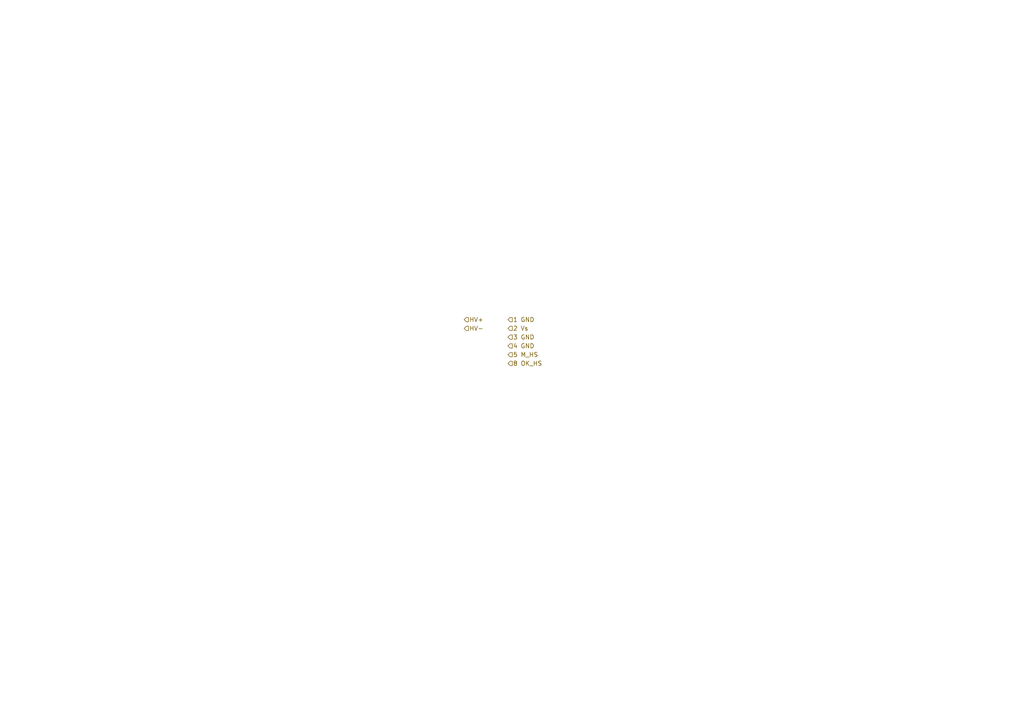
<source format=kicad_sch>
(kicad_sch (version 20211123) (generator eeschema)

  (uuid 4c8efa34-6eed-4190-8bce-879c93d80c5c)

  (paper "A4")

  (lib_symbols
  )


  (hierarchical_label "3 GND" (shape input) (at 147.32 97.79 0)
    (effects (font (size 1.27 1.27)) (justify left))
    (uuid 16971516-4547-4924-ac30-abe372c61564)
  )
  (hierarchical_label "HV+" (shape input) (at 134.62 92.71 0)
    (effects (font (size 1.27 1.27)) (justify left))
    (uuid 4d23d07b-9eaf-436b-82ae-872112060ab6)
  )
  (hierarchical_label "4 GND" (shape input) (at 147.32 100.33 0)
    (effects (font (size 1.27 1.27)) (justify left))
    (uuid 84412c90-2744-479d-ac9b-9d526e72d980)
  )
  (hierarchical_label "1 GND" (shape input) (at 147.32 92.71 0)
    (effects (font (size 1.27 1.27)) (justify left))
    (uuid 99b07fab-66cf-4613-a0fd-9ce5d2469059)
  )
  (hierarchical_label "8 OK_HS" (shape input) (at 147.32 105.41 0)
    (effects (font (size 1.27 1.27)) (justify left))
    (uuid 9bc1f6dc-b95d-4a04-82db-2edc775f093a)
  )
  (hierarchical_label "HV-" (shape input) (at 134.62 95.25 0)
    (effects (font (size 1.27 1.27)) (justify left))
    (uuid a8ff3afc-0300-4eca-9784-91b75cdb4661)
  )
  (hierarchical_label "2 Vs" (shape input) (at 147.32 95.25 0)
    (effects (font (size 1.27 1.27)) (justify left))
    (uuid be2bcba8-4fd0-411e-a66c-63e1ce484b7a)
  )
  (hierarchical_label "5 M_HS" (shape input) (at 147.32 102.87 0)
    (effects (font (size 1.27 1.27)) (justify left))
    (uuid f50d415a-2919-4f7d-bc4c-fb38798136e8)
  )
)

</source>
